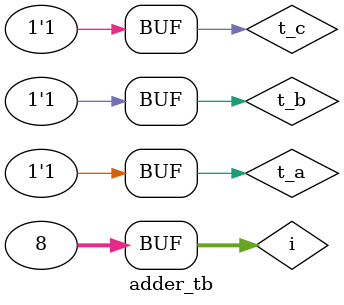
<source format=v>
`timescale 1ns / 1ps


module adder_tb;

reg t_a, t_b, t_c;
wire t_s, t_co, t_g, t_p;
integer i;

adder dut (.sum(t_s), 
           .carry(t_co), 
           .generate_value(t_g), 
           .propagate(t_p), 
           .A(t_a), 
           .B(t_b), 
           .C(t_c));
           
initial
begin
for(i=0;i<8;i=i+1)
begin
#5 {t_a, t_b, t_c} = i;
end
end
endmodule

</source>
